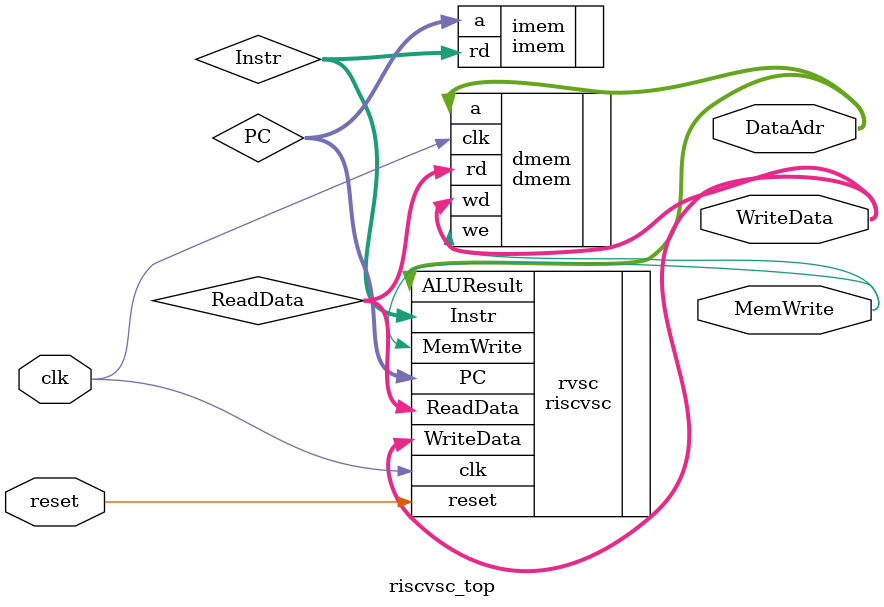
<source format=sv>
module riscvsc_top(input logic clk, 
           input logic reset,
           output logic [31:0] WriteData, 
           output logic [31:0] DataAdr,
           output logic MemWrite);

logic [31:0] PC, Instr, ReadData;
// instantiate processor and memories
	riscvsc rvsc(
	.clk(clk), 
	.reset(reset), 
	.PC(PC), 
	.Instr(Instr), 
	.MemWrite(MemWrite),
	.ALUResult(DataAdr),  
	.WriteData(WriteData), 
	.ReadData(ReadData)
	);

	imem imem(
	.a(PC), 
	.rd(Instr)
	);
   
	dmem dmem(
	.clk(clk), 
	.we(MemWrite), 
	.a(DataAdr), 
	.wd(WriteData), 
	.rd(ReadData)
	);
 endmodule

</source>
